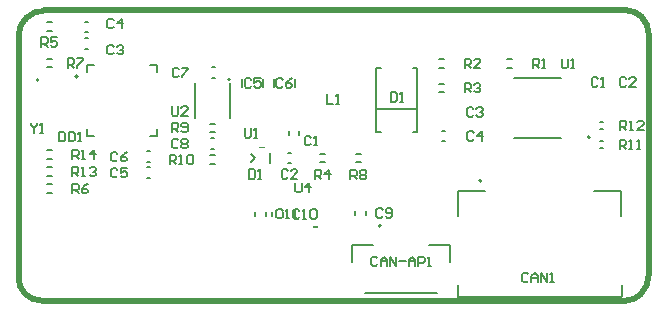
<source format=gto>
G04*
G04 #@! TF.GenerationSoftware,Altium Limited,Altium Designer,21.4.1 (30)*
G04*
G04 Layer_Color=65535*
%FSLAX44Y44*%
%MOMM*%
G71*
G04*
G04 #@! TF.SameCoordinates,7645E4BB-BB80-4E5A-ADFE-20588B80AFC1*
G04*
G04*
G04 #@! TF.FilePolarity,Positive*
G04*
G01*
G75*
%ADD10C,0.5000*%
%ADD11C,0.1524*%
%ADD12C,0.0000*%
%ADD13C,0.1270*%
%ADD14C,0.2000*%
%ADD15C,0.1500*%
D10*
X761000Y517900D02*
G03*
X747002Y512102I0J-19797D01*
G01*
X745200Y510300D02*
G03*
X740100Y497988I12313J-12313D01*
G01*
Y290371D02*
G03*
X745100Y278300I17071J0D01*
G01*
D02*
G03*
X759585Y272300I14485J14485D01*
G01*
X1253946D02*
G03*
X1266500Y277500I0J17754D01*
G01*
D02*
G03*
X1273400Y294158I-16658J16658D01*
G01*
Y497832D02*
G03*
X1267200Y512800I-21168J0D01*
G01*
D02*
G03*
X1254646Y518000I-12554J-12554D01*
G01*
X761000D02*
X1240376D01*
X745200Y510300D02*
X747002Y512102D01*
X740100Y290371D02*
Y497988D01*
X759585Y272300D02*
X1253946D01*
X1273400Y294158D02*
Y497832D01*
X1235600Y518000D02*
X1254646D01*
D11*
X993178Y334708D02*
G03*
X989622Y334708I-1778J-2276D01*
G01*
X993178D02*
G03*
X989622Y334708I-1778J-2276D01*
G01*
X947478Y402108D02*
G03*
X943922Y402108I-1778J-2276D01*
G01*
X947478D02*
G03*
X943922Y402108I-1778J-2276D01*
G01*
D12*
X757170Y458802D02*
G03*
X757170Y458802I-1270J0D01*
G01*
D13*
X790240Y462383D02*
G03*
X790240Y462383I-1270J0D01*
G01*
X1025000Y344800D02*
Y347800D01*
X1034000Y344800D02*
Y347800D01*
X963800Y344100D02*
Y347100D01*
X954800Y344100D02*
Y347100D01*
X949400Y344300D02*
Y347300D01*
X940400Y344300D02*
Y347300D01*
X1033200Y278650D02*
X1094100D01*
X1087200Y319150D02*
X1104850D01*
Y304850D02*
Y319150D01*
X1022350D02*
X1040000D01*
X1022350Y304950D02*
Y319150D01*
X796030Y485600D02*
X799030D01*
X796030Y494600D02*
X799030D01*
X796065Y499500D02*
X799065D01*
X796065Y508500D02*
X799065D01*
X967800Y397600D02*
X970800D01*
X967800Y388600D02*
X970800D01*
X848550Y385100D02*
X851550D01*
X848550Y376100D02*
X851550D01*
X848550Y398600D02*
X851550D01*
X848550Y389600D02*
X851550D01*
X903400Y461000D02*
X906400D01*
X903400Y470000D02*
X906400D01*
X919000Y426802D02*
Y456802D01*
X889000Y426802D02*
Y456802D01*
X902667Y409700D02*
X905667D01*
X902667Y400700D02*
X905667D01*
X977400Y412800D02*
Y415800D01*
X968400Y412800D02*
Y415800D01*
X947190Y452905D02*
Y460105D01*
X929190Y452905D02*
Y460105D01*
X973860Y452905D02*
Y460105D01*
X955860Y452905D02*
Y460105D01*
X1111800Y275785D02*
X1250300D01*
X1250800Y276285D02*
Y285285D01*
X1250300Y275785D02*
X1250800Y276285D01*
X1111800Y275785D02*
Y285285D01*
X1112300Y365285D02*
X1134800D01*
X1112300Y344285D02*
Y365285D01*
X1227300Y364785D02*
X1249800D01*
Y343785D02*
Y364785D01*
X1097980Y407170D02*
X1100980D01*
X1097980Y416170D02*
X1100980D01*
X1159370Y460860D02*
X1199370D01*
X1159370Y410360D02*
X1199370D01*
D14*
X1046600Y335650D02*
G03*
X1046600Y335650I-1000J0D01*
G01*
X918970Y459582D02*
G03*
X918970Y459582I-1000J0D01*
G01*
X1131800Y373785D02*
G03*
X1131800Y373785I-1000J0D01*
G01*
X1223570Y410560D02*
G03*
X1223570Y410560I-1000J0D01*
G01*
X797400Y465802D02*
Y471802D01*
X803400D01*
X851400D02*
X857400D01*
Y465802D02*
Y471802D01*
X797400Y411802D02*
Y417803D01*
Y411802D02*
X803400D01*
X851400D02*
X857400D01*
Y417803D01*
X763765Y370700D02*
X767765D01*
X763765Y363700D02*
X767765D01*
X763765Y385150D02*
X767765D01*
X763765Y378150D02*
X767765D01*
X763765Y399600D02*
X767765D01*
X763765Y392600D02*
X767765D01*
X763765Y470000D02*
X767765D01*
X763765Y477000D02*
X767765D01*
X763765Y501000D02*
X767765D01*
X763765Y508000D02*
X767765D01*
X1025400Y396600D02*
X1029400D01*
X1025400Y389600D02*
X1029400D01*
X995400Y396600D02*
X999400D01*
X995400Y389600D02*
X999400D01*
X936875Y396725D02*
X940250Y393350D01*
X937000Y390100D02*
X940250Y393350D01*
X953000Y388850D02*
Y397100D01*
X902168Y388300D02*
X906168D01*
X902168Y395300D02*
X906168D01*
X902168Y414800D02*
X906168D01*
X902168Y421800D02*
X906168D01*
X1232322Y401150D02*
X1234322D01*
X1232322Y407650D02*
X1234322D01*
X1232322Y423950D02*
X1234322D01*
X1232322Y417450D02*
X1234322D01*
X1095980Y456003D02*
X1099980D01*
X1095980Y449003D02*
X1099980D01*
X1095980Y469670D02*
X1099980D01*
X1095980Y476670D02*
X1099980D01*
X1153770Y469670D02*
X1157770D01*
X1153770Y476670D02*
X1157770D01*
X963420Y348549D02*
X962087Y349881D01*
X959421D01*
X958088Y348549D01*
Y343217D01*
X959421Y341884D01*
X962087D01*
X963420Y343217D01*
X966085Y341884D02*
X968751D01*
X967418D01*
Y349881D01*
X966085Y348549D01*
X972750Y341884D02*
X975416D01*
X974083D01*
Y349881D01*
X972750Y348549D01*
X974136Y372199D02*
Y365534D01*
X975468Y364201D01*
X978134D01*
X979467Y365534D01*
Y372199D01*
X986132Y364201D02*
Y372199D01*
X982133Y368200D01*
X987465D01*
X785415Y392176D02*
Y400173D01*
X789414D01*
X790747Y398840D01*
Y396175D01*
X789414Y394842D01*
X785415D01*
X788081D02*
X790747Y392176D01*
X793412D02*
X796078D01*
X794745D01*
Y400173D01*
X793412Y398840D01*
X804076Y392176D02*
Y400173D01*
X800077Y396175D01*
X805409D01*
X785261Y377632D02*
Y385629D01*
X789260D01*
X790593Y384296D01*
Y381631D01*
X789260Y380298D01*
X785261D01*
X787927D02*
X790593Y377632D01*
X793258D02*
X795924D01*
X794591D01*
Y385629D01*
X793258Y384296D01*
X799923D02*
X801256Y385629D01*
X803922D01*
X805255Y384296D01*
Y382964D01*
X803922Y381631D01*
X802589D01*
X803922D01*
X805255Y380298D01*
Y378965D01*
X803922Y377632D01*
X801256D01*
X799923Y378965D01*
X785277Y363220D02*
Y371217D01*
X789276D01*
X790609Y369884D01*
Y367219D01*
X789276Y365886D01*
X785277D01*
X787943D02*
X790609Y363220D01*
X798606Y371217D02*
X795940Y369884D01*
X793274Y367219D01*
Y364553D01*
X794607Y363220D01*
X797273D01*
X798606Y364553D01*
Y365886D01*
X797273Y367219D01*
X793274D01*
X977644Y348294D02*
X976311Y349627D01*
X973645D01*
X972312Y348294D01*
Y342963D01*
X973645Y341630D01*
X976311D01*
X977644Y342963D01*
X980309Y341630D02*
X982975D01*
X981642D01*
Y349627D01*
X980309Y348294D01*
X986974D02*
X988307Y349627D01*
X990973D01*
X992306Y348294D01*
Y342963D01*
X990973Y341630D01*
X988307D01*
X986974Y342963D01*
Y348294D01*
X1048002Y349057D02*
X1046669Y350389D01*
X1044003D01*
X1042670Y349057D01*
Y343725D01*
X1044003Y342392D01*
X1046669D01*
X1048002Y343725D01*
X1050667D02*
X1052000Y342392D01*
X1054666D01*
X1055999Y343725D01*
Y349057D01*
X1054666Y350389D01*
X1052000D01*
X1050667Y349057D01*
Y347724D01*
X1052000Y346391D01*
X1055999D01*
X750068Y422499D02*
Y421166D01*
X752734Y418500D01*
X755400Y421166D01*
Y422499D01*
X752734Y418500D02*
Y414501D01*
X758066D02*
X760732D01*
X759399D01*
Y422499D01*
X758066Y421166D01*
X869635Y436799D02*
Y430134D01*
X870968Y428801D01*
X873634D01*
X874967Y430134D01*
Y436799D01*
X882964Y428801D02*
X877633D01*
X882964Y434133D01*
Y435466D01*
X881632Y436799D01*
X878966D01*
X877633Y435466D01*
X931168Y418399D02*
Y411734D01*
X932501Y410401D01*
X935167D01*
X936500Y411734D01*
Y418399D01*
X939166Y410401D02*
X941832D01*
X940499D01*
Y418399D01*
X939166Y417066D01*
X1249219Y416632D02*
Y424629D01*
X1253218D01*
X1254551Y423296D01*
Y420630D01*
X1253218Y419297D01*
X1249219D01*
X1251885D02*
X1254551Y416632D01*
X1257217D02*
X1259882D01*
X1258549D01*
Y424629D01*
X1257217Y423296D01*
X1269213Y416632D02*
X1263881D01*
X1269213Y421963D01*
Y423296D01*
X1267880Y424629D01*
X1265214D01*
X1263881Y423296D01*
X1248786Y400500D02*
Y408497D01*
X1252785D01*
X1254118Y407164D01*
Y404498D01*
X1252785Y403166D01*
X1248786D01*
X1251452D02*
X1254118Y400500D01*
X1256783D02*
X1259449D01*
X1258116D01*
Y408497D01*
X1256783Y407164D01*
X1263448Y400500D02*
X1266114D01*
X1264781D01*
Y408497D01*
X1263448Y407164D01*
X867771Y387901D02*
Y395899D01*
X871769D01*
X873102Y394566D01*
Y391900D01*
X871769Y390567D01*
X867771D01*
X870436D02*
X873102Y387901D01*
X875768D02*
X878434D01*
X877101D01*
Y395899D01*
X875768Y394566D01*
X882433D02*
X883766Y395899D01*
X886431D01*
X887764Y394566D01*
Y389234D01*
X886431Y387901D01*
X883766D01*
X882433Y389234D01*
Y394566D01*
X869635Y414901D02*
Y422899D01*
X873634D01*
X874967Y421566D01*
Y418900D01*
X873634Y417567D01*
X869635D01*
X872301D02*
X874967Y414901D01*
X877633Y416234D02*
X878966Y414901D01*
X881632D01*
X882964Y416234D01*
Y421566D01*
X881632Y422899D01*
X878966D01*
X877633Y421566D01*
Y420233D01*
X878966Y418900D01*
X882964D01*
X1020790Y375030D02*
Y383027D01*
X1024789D01*
X1026122Y381694D01*
Y379029D01*
X1024789Y377696D01*
X1020790D01*
X1023456D02*
X1026122Y375030D01*
X1028788Y381694D02*
X1030120Y383027D01*
X1032786D01*
X1034119Y381694D01*
Y380361D01*
X1032786Y379029D01*
X1034119Y377696D01*
Y376363D01*
X1032786Y375030D01*
X1030120D01*
X1028788Y376363D01*
Y377696D01*
X1030120Y379029D01*
X1028788Y380361D01*
Y381694D01*
X1030120Y379029D02*
X1032786D01*
X781500Y469401D02*
Y477399D01*
X785499D01*
X786832Y476066D01*
Y473400D01*
X785499Y472067D01*
X781500D01*
X784166D02*
X786832Y469401D01*
X789498Y477399D02*
X794830D01*
Y476066D01*
X789498Y470734D01*
Y469401D01*
X759100Y487101D02*
Y495099D01*
X763099D01*
X764432Y493766D01*
Y491100D01*
X763099Y489767D01*
X759100D01*
X761766D02*
X764432Y487101D01*
X772430Y495099D02*
X767098D01*
Y491100D01*
X769764Y492433D01*
X771097D01*
X772430Y491100D01*
Y488434D01*
X771097Y487101D01*
X768431D01*
X767098Y488434D01*
X990818Y375122D02*
Y383119D01*
X994817D01*
X996150Y381786D01*
Y379120D01*
X994817Y377788D01*
X990818D01*
X993484D02*
X996150Y375122D01*
X1002814D02*
Y383119D01*
X998816Y379120D01*
X1004147D01*
X774170Y415099D02*
Y407101D01*
X778168D01*
X779501Y408434D01*
Y413766D01*
X778168Y415099D01*
X774170D01*
X782167D02*
Y407101D01*
X786166D01*
X787499Y408434D01*
Y413766D01*
X786166Y415099D01*
X782167D01*
X790164Y407101D02*
X792830D01*
X791497D01*
Y415099D01*
X790164Y413766D01*
X934783Y383451D02*
Y375454D01*
X938782D01*
X940115Y376787D01*
Y382118D01*
X938782Y383451D01*
X934783D01*
X942780Y375454D02*
X945446D01*
X944113D01*
Y383451D01*
X942780Y382118D01*
X1043693Y308303D02*
X1042360Y309636D01*
X1039695D01*
X1038362Y308303D01*
Y302971D01*
X1039695Y301638D01*
X1042360D01*
X1043693Y302971D01*
X1046359Y301638D02*
Y306970D01*
X1049025Y309636D01*
X1051691Y306970D01*
Y301638D01*
Y305637D01*
X1046359D01*
X1054356Y301638D02*
Y309636D01*
X1059688Y301638D01*
Y309636D01*
X1062354Y305637D02*
X1067685D01*
X1070351Y301638D02*
Y306970D01*
X1073017Y309636D01*
X1075683Y306970D01*
Y301638D01*
Y305637D01*
X1070351D01*
X1078349Y301638D02*
Y309636D01*
X1082347D01*
X1083680Y308303D01*
Y305637D01*
X1082347Y304304D01*
X1078349D01*
X1086346Y301638D02*
X1089012D01*
X1087679D01*
Y309636D01*
X1086346Y308303D01*
X1171450Y294551D02*
X1170117Y295884D01*
X1167451D01*
X1166118Y294551D01*
Y289219D01*
X1167451Y287886D01*
X1170117D01*
X1171450Y289219D01*
X1174116Y287886D02*
Y293218D01*
X1176782Y295884D01*
X1179447Y293218D01*
Y287886D01*
Y291885D01*
X1174116D01*
X1182113Y287886D02*
Y295884D01*
X1187445Y287886D01*
Y295884D01*
X1190111Y287886D02*
X1192776D01*
X1191444D01*
Y295884D01*
X1190111Y294551D01*
X875067Y407966D02*
X873734Y409299D01*
X871068D01*
X869735Y407966D01*
Y402634D01*
X871068Y401301D01*
X873734D01*
X875067Y402634D01*
X877733Y407966D02*
X879066Y409299D01*
X881732D01*
X883064Y407966D01*
Y406633D01*
X881732Y405300D01*
X883064Y403967D01*
Y402634D01*
X881732Y401301D01*
X879066D01*
X877733Y402634D01*
Y403967D01*
X879066Y405300D01*
X877733Y406633D01*
Y407966D01*
X879066Y405300D02*
X881732D01*
X875567Y468066D02*
X874234Y469399D01*
X871568D01*
X870236Y468066D01*
Y462734D01*
X871568Y461401D01*
X874234D01*
X875567Y462734D01*
X878233Y469399D02*
X883565D01*
Y468066D01*
X878233Y462734D01*
Y461401D01*
X823584Y396856D02*
X822251Y398189D01*
X819585D01*
X818252Y396856D01*
Y391525D01*
X819585Y390192D01*
X822251D01*
X823584Y391525D01*
X831581Y398189D02*
X828915Y396856D01*
X826249Y394190D01*
Y391525D01*
X827582Y390192D01*
X830248D01*
X831581Y391525D01*
Y392858D01*
X830248Y394190D01*
X826249D01*
X823567Y383266D02*
X822234Y384599D01*
X819568D01*
X818235Y383266D01*
Y377934D01*
X819568Y376601D01*
X822234D01*
X823567Y377934D01*
X831564Y384599D02*
X826233D01*
Y380600D01*
X828899Y381933D01*
X830232D01*
X831564Y380600D01*
Y377934D01*
X830232Y376601D01*
X827566D01*
X826233Y377934D01*
X820367Y509666D02*
X819034Y510999D01*
X816368D01*
X815035Y509666D01*
Y504334D01*
X816368Y503001D01*
X819034D01*
X820367Y504334D01*
X827032Y503001D02*
Y510999D01*
X823033Y507000D01*
X828364D01*
X820467Y487466D02*
X819134Y488799D01*
X816468D01*
X815135Y487466D01*
Y482134D01*
X816468Y480801D01*
X819134D01*
X820467Y482134D01*
X823133Y487466D02*
X824466Y488799D01*
X827132D01*
X828465Y487466D01*
Y486133D01*
X827132Y484800D01*
X825799D01*
X827132D01*
X828465Y483467D01*
Y482134D01*
X827132Y480801D01*
X824466D01*
X823133Y482134D01*
X967867Y382166D02*
X966534Y383499D01*
X963868D01*
X962535Y382166D01*
Y376834D01*
X963868Y375501D01*
X966534D01*
X967867Y376834D01*
X975864Y375501D02*
X970533D01*
X975864Y380833D01*
Y382166D01*
X974532Y383499D01*
X971866D01*
X970533Y382166D01*
X987400Y410366D02*
X986067Y411699D01*
X983401D01*
X982068Y410366D01*
Y405034D01*
X983401Y403701D01*
X986067D01*
X987400Y405034D01*
X990066Y403701D02*
X992732D01*
X991399D01*
Y411699D01*
X990066Y410366D01*
X1199568Y477099D02*
Y470434D01*
X1200901Y469101D01*
X1203567D01*
X1204900Y470434D01*
Y477099D01*
X1207566Y469101D02*
X1210232D01*
X1208899D01*
Y477099D01*
X1207566Y475766D01*
X1117600Y448564D02*
Y456561D01*
X1121599D01*
X1122932Y455229D01*
Y452563D01*
X1121599Y451230D01*
X1117600D01*
X1120266D02*
X1122932Y448564D01*
X1125597Y455229D02*
X1126930Y456561D01*
X1129596D01*
X1130929Y455229D01*
Y453896D01*
X1129596Y452563D01*
X1128263D01*
X1129596D01*
X1130929Y451230D01*
Y449897D01*
X1129596Y448564D01*
X1126930D01*
X1125597Y449897D01*
X1117600Y469138D02*
Y477135D01*
X1121599D01*
X1122932Y475802D01*
Y473137D01*
X1121599Y471804D01*
X1117600D01*
X1120266D02*
X1122932Y469138D01*
X1130929D02*
X1125597D01*
X1130929Y474470D01*
Y475802D01*
X1129596Y477135D01*
X1126930D01*
X1125597Y475802D01*
X1175258Y469138D02*
Y477135D01*
X1179257D01*
X1180590Y475802D01*
Y473137D01*
X1179257Y471804D01*
X1175258D01*
X1177924D02*
X1180590Y469138D01*
X1183255D02*
X1185921D01*
X1184588D01*
Y477135D01*
X1183255Y475802D01*
X1000760Y447163D02*
Y439166D01*
X1006092D01*
X1008757D02*
X1011423D01*
X1010090D01*
Y447163D01*
X1008757Y445830D01*
X1054778Y448709D02*
Y440711D01*
X1058777D01*
X1060110Y442044D01*
Y447376D01*
X1058777Y448709D01*
X1054778D01*
X1062776Y440711D02*
X1065442D01*
X1064109D01*
Y448709D01*
X1062776Y447376D01*
X963420Y459292D02*
X962087Y460625D01*
X959421D01*
X958088Y459292D01*
Y453961D01*
X959421Y452628D01*
X962087D01*
X963420Y453961D01*
X971417Y460625D02*
X968751Y459292D01*
X966085Y456627D01*
Y453961D01*
X967418Y452628D01*
X970084D01*
X971417Y453961D01*
Y455294D01*
X970084Y456627D01*
X966085D01*
X936750Y459292D02*
X935417Y460625D01*
X932751D01*
X931418Y459292D01*
Y453961D01*
X932751Y452628D01*
X935417D01*
X936750Y453961D01*
X944747Y460625D02*
X939415D01*
Y456627D01*
X942081Y457960D01*
X943414D01*
X944747Y456627D01*
Y453961D01*
X943414Y452628D01*
X940748D01*
X939415Y453961D01*
X1125267Y414466D02*
X1123934Y415799D01*
X1121268D01*
X1119936Y414466D01*
Y409134D01*
X1121268Y407801D01*
X1123934D01*
X1125267Y409134D01*
X1131932Y407801D02*
Y415799D01*
X1127933Y411800D01*
X1133264D01*
X1124817Y434676D02*
X1123484Y436009D01*
X1120818D01*
X1119485Y434676D01*
Y429344D01*
X1120818Y428011D01*
X1123484D01*
X1124817Y429344D01*
X1127483Y434676D02*
X1128816Y436009D01*
X1131482D01*
X1132814Y434676D01*
Y433343D01*
X1131482Y432010D01*
X1130149D01*
X1131482D01*
X1132814Y430677D01*
Y429344D01*
X1131482Y428011D01*
X1128816D01*
X1127483Y429344D01*
X1254250Y460055D02*
X1252917Y461387D01*
X1250251D01*
X1248918Y460055D01*
Y454723D01*
X1250251Y453390D01*
X1252917D01*
X1254250Y454723D01*
X1262247Y453390D02*
X1256915D01*
X1262247Y458722D01*
Y460055D01*
X1260914Y461387D01*
X1258248D01*
X1256915Y460055D01*
X1230374D02*
X1229041Y461387D01*
X1226375D01*
X1225042Y460055D01*
Y454723D01*
X1226375Y453390D01*
X1229041D01*
X1230374Y454723D01*
X1233039Y453390D02*
X1235705D01*
X1234372D01*
Y461387D01*
X1233039Y460055D01*
D15*
X1077610Y434670D02*
Y469170D01*
Y433170D02*
Y434670D01*
Y415170D02*
Y431670D01*
X1042610Y415170D02*
Y431670D01*
Y433170D01*
Y434670D02*
Y469170D01*
Y434670D02*
X1077610D01*
X1042610Y433170D02*
Y434670D01*
X1077610Y431670D02*
Y433170D01*
X1042610Y469170D02*
X1046610D01*
X1042610Y415170D02*
X1046610D01*
X1073610D02*
X1077610D01*
X1073610Y469170D02*
X1077610D01*
M02*

</source>
